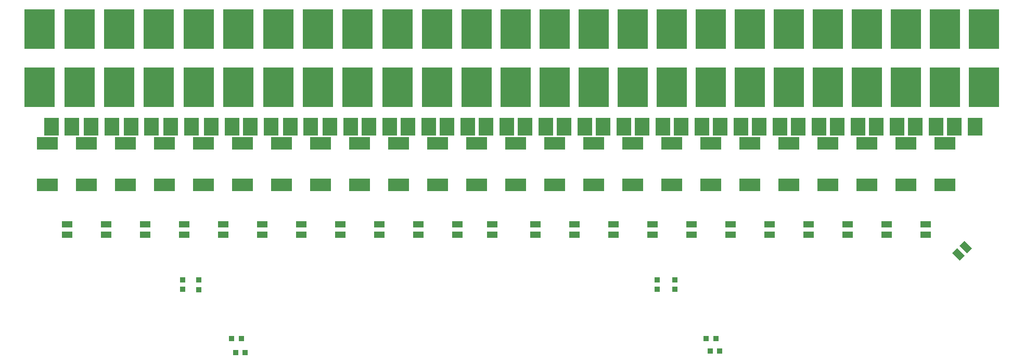
<source format=gbp>
G04*
G04 #@! TF.GenerationSoftware,Altium Limited,Altium Designer,19.0.4 (130)*
G04*
G04 Layer_Color=128*
%FSAX25Y25*%
%MOIN*%
G70*
G01*
G75*
%ADD26R,0.03800X0.03500*%
%ADD35R,0.06600X0.04400*%
%ADD36R,0.03500X0.03800*%
G04:AMPARAMS|DCode=88|XSize=66mil|YSize=44mil|CornerRadius=0mil|HoleSize=0mil|Usage=FLASHONLY|Rotation=135.000|XOffset=0mil|YOffset=0mil|HoleType=Round|Shape=Rectangle|*
%AMROTATEDRECTD88*
4,1,4,0.03889,-0.00778,0.00778,-0.03889,-0.03889,0.00778,-0.00778,0.03889,0.03889,-0.00778,0.0*
%
%ADD88ROTATEDRECTD88*%

%ADD89R,0.09700X0.11811*%
%ADD90R,0.19685X0.25720*%
%ADD91R,0.13500X0.08000*%
D26*
X0665000Y0090600D02*
D03*
Y0084400D02*
D03*
X0653500Y0084450D02*
D03*
Y0090650D02*
D03*
X0349500Y0090600D02*
D03*
Y0084400D02*
D03*
X0360000Y0084368D02*
D03*
Y0090568D02*
D03*
D35*
X0275500Y0126208D02*
D03*
Y0119524D02*
D03*
X0300500D02*
D03*
Y0126208D02*
D03*
X0325500D02*
D03*
Y0119524D02*
D03*
X0350500D02*
D03*
Y0126208D02*
D03*
X0375500D02*
D03*
Y0119524D02*
D03*
X0400500D02*
D03*
Y0126208D02*
D03*
X0425500D02*
D03*
Y0119524D02*
D03*
X0450500D02*
D03*
Y0126208D02*
D03*
X0475500D02*
D03*
Y0119524D02*
D03*
X0500500D02*
D03*
Y0126208D02*
D03*
X0525500D02*
D03*
Y0119524D02*
D03*
X0548000D02*
D03*
Y0126208D02*
D03*
X0575500D02*
D03*
Y0119524D02*
D03*
X0600500D02*
D03*
Y0126208D02*
D03*
X0625500D02*
D03*
Y0119524D02*
D03*
X0650500D02*
D03*
Y0126208D02*
D03*
X0675500D02*
D03*
Y0119524D02*
D03*
X0700500D02*
D03*
Y0126208D02*
D03*
X0725500D02*
D03*
Y0119524D02*
D03*
X0750500D02*
D03*
Y0126208D02*
D03*
X0775500D02*
D03*
Y0119524D02*
D03*
X0800500D02*
D03*
Y0126208D02*
D03*
X0825500D02*
D03*
Y0119524D02*
D03*
D36*
X0687400Y0045011D02*
D03*
X0693600D02*
D03*
X0389600Y0044000D02*
D03*
X0383400D02*
D03*
X0685000Y0053000D02*
D03*
X0691200D02*
D03*
X0387200D02*
D03*
X0381000D02*
D03*
D88*
X0846637Y0106737D02*
D03*
X0851363Y0111463D02*
D03*
D89*
X0278615Y0189000D02*
D03*
X0265385D02*
D03*
X0290885D02*
D03*
X0304115D02*
D03*
X0329615D02*
D03*
X0316385D02*
D03*
X0341885D02*
D03*
X0355115D02*
D03*
X0381115D02*
D03*
X0367885D02*
D03*
X0392885D02*
D03*
X0406115D02*
D03*
X0431615D02*
D03*
X0418385D02*
D03*
X0443885D02*
D03*
X0457115D02*
D03*
X0482115D02*
D03*
X0468885D02*
D03*
X0493885D02*
D03*
X0507115D02*
D03*
X0532115D02*
D03*
X0518885D02*
D03*
X0543885D02*
D03*
X0557115D02*
D03*
X0582115D02*
D03*
X0568885D02*
D03*
X0593885D02*
D03*
X0607115D02*
D03*
X0632115D02*
D03*
X0618885D02*
D03*
X0643885D02*
D03*
X0657115D02*
D03*
X0682115D02*
D03*
X0668885D02*
D03*
X0693885D02*
D03*
X0707115D02*
D03*
X0732115D02*
D03*
X0718885D02*
D03*
X0743885D02*
D03*
X0757115D02*
D03*
X0782115D02*
D03*
X0768885D02*
D03*
X0793885D02*
D03*
X0807115D02*
D03*
X0832115D02*
D03*
X0818885D02*
D03*
X0843885D02*
D03*
X0857115D02*
D03*
D90*
X0258000Y0251702D02*
D03*
Y0214298D02*
D03*
X0283454D02*
D03*
Y0251702D02*
D03*
X0308909D02*
D03*
Y0214298D02*
D03*
X0334364D02*
D03*
Y0251702D02*
D03*
X0359818D02*
D03*
Y0214298D02*
D03*
X0385273D02*
D03*
Y0251702D02*
D03*
X0410727D02*
D03*
Y0214298D02*
D03*
X0436182D02*
D03*
Y0251702D02*
D03*
X0461636D02*
D03*
Y0214298D02*
D03*
X0487091D02*
D03*
Y0251702D02*
D03*
X0512545D02*
D03*
Y0214298D02*
D03*
X0538000D02*
D03*
Y0251702D02*
D03*
X0563000D02*
D03*
Y0214298D02*
D03*
X0588000D02*
D03*
Y0251702D02*
D03*
X0613000D02*
D03*
Y0214298D02*
D03*
X0638000D02*
D03*
Y0251702D02*
D03*
X0663000D02*
D03*
Y0214298D02*
D03*
X0688000D02*
D03*
Y0251702D02*
D03*
X0713000D02*
D03*
Y0214298D02*
D03*
X0738000D02*
D03*
Y0251702D02*
D03*
X0763000D02*
D03*
Y0214298D02*
D03*
X0788000D02*
D03*
Y0251702D02*
D03*
X0813000D02*
D03*
Y0214298D02*
D03*
X0838000D02*
D03*
Y0251702D02*
D03*
X0863000D02*
D03*
Y0214298D02*
D03*
D91*
X0838000Y0151516D02*
D03*
Y0178217D02*
D03*
X0813000D02*
D03*
Y0151516D02*
D03*
X0788000D02*
D03*
Y0178217D02*
D03*
X0763000D02*
D03*
Y0151516D02*
D03*
X0738000D02*
D03*
Y0178217D02*
D03*
X0713000D02*
D03*
Y0151516D02*
D03*
X0688000D02*
D03*
Y0178217D02*
D03*
X0663000D02*
D03*
Y0151516D02*
D03*
X0638000D02*
D03*
Y0178217D02*
D03*
X0613000D02*
D03*
Y0151516D02*
D03*
X0588000D02*
D03*
Y0178217D02*
D03*
X0563000D02*
D03*
Y0151516D02*
D03*
X0538000D02*
D03*
Y0178217D02*
D03*
X0513000D02*
D03*
Y0151516D02*
D03*
X0488000D02*
D03*
Y0178217D02*
D03*
X0463000D02*
D03*
Y0151516D02*
D03*
X0438000D02*
D03*
Y0178217D02*
D03*
X0413000D02*
D03*
Y0151516D02*
D03*
X0388000D02*
D03*
Y0178217D02*
D03*
X0363000D02*
D03*
Y0151516D02*
D03*
X0338000D02*
D03*
Y0178217D02*
D03*
X0313000D02*
D03*
Y0151516D02*
D03*
X0288024Y0151539D02*
D03*
Y0178240D02*
D03*
X0263000Y0178217D02*
D03*
Y0151516D02*
D03*
M02*

</source>
